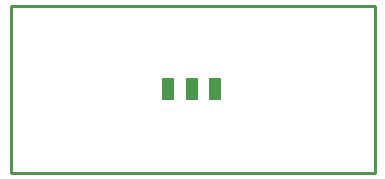
<source format=gbp>
G04*
G04 #@! TF.GenerationSoftware,Altium Limited,Altium Designer,22.9.1 (49)*
G04*
G04 Layer_Color=128*
%FSLAX25Y25*%
%MOIN*%
G70*
G04*
G04 #@! TF.SameCoordinates,E7B6729E-600D-4C31-B664-834E27CDD885*
G04*
G04*
G04 #@! TF.FilePolarity,Positive*
G04*
G01*
G75*
%ADD12C,0.01000*%
%ADD71R,0.03937X0.07480*%
D12*
X321700Y210908D02*
Y266782D01*
X442992D01*
Y210908D02*
Y266782D01*
X321700Y210908D02*
X442992D01*
D71*
X389882Y238988D02*
D03*
X382008D02*
D03*
X374134D02*
D03*
M02*

</source>
